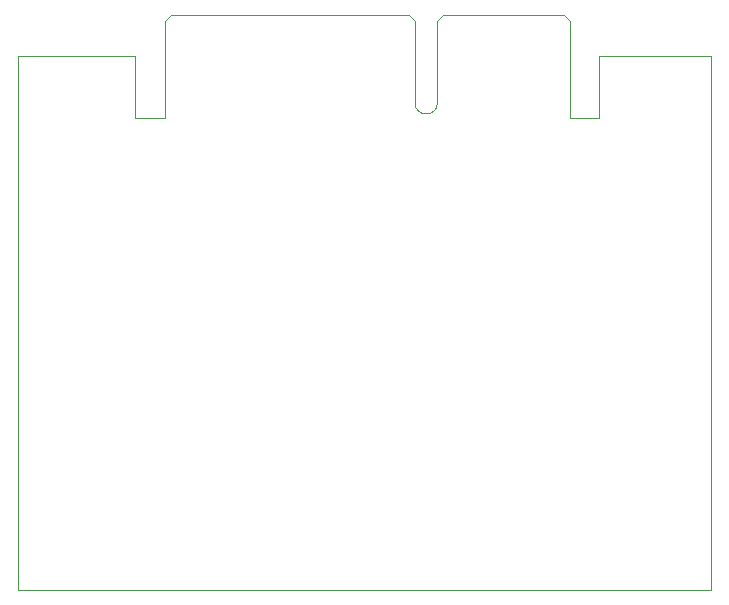
<source format=gbr>
%TF.GenerationSoftware,KiCad,Pcbnew,8.0.6*%
%TF.CreationDate,2024-12-24T13:29:52-06:00*%
%TF.ProjectId,RECESSIM-CW312T-SAM4C32,52454345-5353-4494-9d2d-435733313254,rev?*%
%TF.SameCoordinates,Original*%
%TF.FileFunction,Profile,NP*%
%FSLAX46Y46*%
G04 Gerber Fmt 4.6, Leading zero omitted, Abs format (unit mm)*
G04 Created by KiCad (PCBNEW 8.0.6) date 2024-12-24 13:29:52*
%MOMM*%
%LPD*%
G01*
G04 APERTURE LIST*
%TA.AperFunction,Profile*%
%ADD10C,0.100000*%
%TD*%
G04 APERTURE END LIST*
D10*
%TO.C,P1*%
X128430000Y-81050000D02*
X128430000Y-126250000D01*
X138350000Y-81050000D02*
X128430000Y-81050000D01*
X138350000Y-86250000D02*
X138350000Y-81050000D01*
X140850000Y-78050000D02*
X141350000Y-77550000D01*
X140850000Y-86250000D02*
X138350000Y-86250000D01*
X140850000Y-86250000D02*
X140850000Y-78050000D01*
X161550000Y-77550000D02*
X141350000Y-77550000D01*
X162050000Y-78050000D02*
X161550000Y-77550000D01*
X162050000Y-85000000D02*
X162050000Y-78050000D01*
X163950000Y-78050000D02*
X164450000Y-77550000D01*
X163950000Y-85000000D02*
X163950000Y-78050000D01*
X174650000Y-77550000D02*
X164450000Y-77550000D01*
X175150000Y-78050000D02*
X174650000Y-77550000D01*
X175150000Y-86260000D02*
X175150000Y-78050000D01*
X175150000Y-86260000D02*
X177660000Y-86260000D01*
X177660000Y-81050000D02*
X187100000Y-81050000D01*
X177660000Y-86260000D02*
X177660000Y-81050000D01*
X187100000Y-81050000D02*
X187100000Y-126250000D01*
X187100000Y-126250000D02*
X128430000Y-126250000D01*
X163950000Y-85000000D02*
G75*
G02*
X162050000Y-85000000I-950000J0D01*
G01*
%TD*%
M02*

</source>
